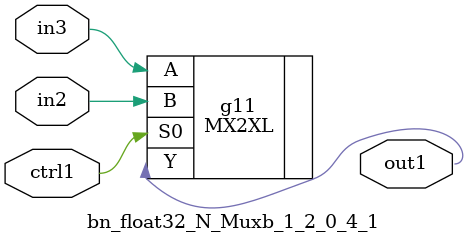
<source format=v>
`timescale 1ps / 1ps


module bn_float32_N_Muxb_1_2_0_4_1(in3, in2, ctrl1, out1);
  input in3, in2, ctrl1;
  output out1;
  wire in3, in2, ctrl1;
  wire out1;
  MX2XL g11(.A (in3), .B (in2), .S0 (ctrl1), .Y (out1));
endmodule



</source>
